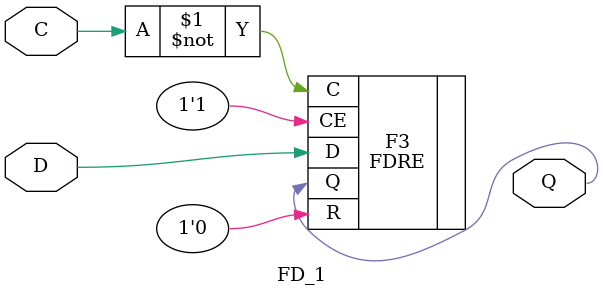
<source format=v>


`timescale  1 ps / 1 ps

module FD_1 (Q, C, D);

    parameter [0:0] INIT = 1'b0;

    output Q;

    input  C, D;

    wire Q;

    FDRE #(.INIT(INIT)) F3 (.Q(Q), .C(~C), .CE(1'b1), .D(D), .R(1'b0));

endmodule


</source>
